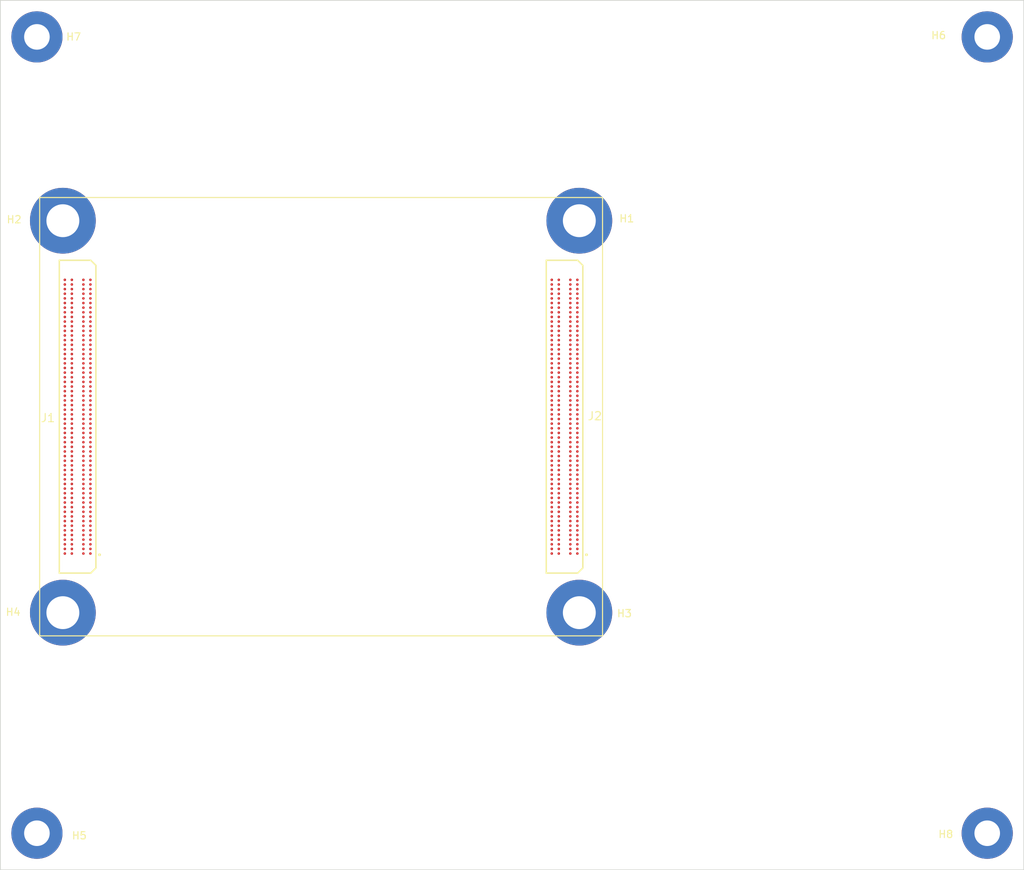
<source format=kicad_pcb>
(kicad_pcb (version 20211014) (generator pcbnew)
  (layers (0 "F.Cu" signal) (1 "In1.Cu" power) (2 "In2.Cu" power) (3 "In3.Cu" power) (4 "In4.Cu" power) (31 "B.Cu" signal) (34 "B.Paste" user) (35 "F.Paste" user) (36 "B.SilkS" user "B.Silkscreen") (37 "F.SilkS" user "F.Silkscreen") (38 "B.Mask" user) (39 "F.Mask" user) (44 "Edge.Cuts" user))
  (net 0 "")
  (net 405 "GND")
  (footprint "pedrolib:SAMTEC_ADM6-60-01.5-L-4-2-A-TR" (layer "F.Cu") (at 40.569 86.985 -90)
    (fp_text reference "J1")
    (fp_text value "ADM6-60-01.5-L-4-2-A-TR" hide)
  )
  (footprint "MountingHole:MountingHole_4.5mm_Pad" (layer "F.Cu") (at 38.55 113.81)
    (fp_text reference "H4")
    (fp_text value "Kria_mounting_hole" hide)
  )
  (footprint "MountingHole:MountingHole_3.5mm_Pad" (layer "F.Cu") (at 165 144)
    (fp_text reference "H8")
    (fp_text value "standoff_hole" hide)
  )
  (footprint "MountingHole:MountingHole_3.5mm_Pad" (layer "F.Cu") (at 165 35)
    (fp_text reference "H6")
    (fp_text value "standoff_hole" hide)
  )
  (footprint "MountingHole:MountingHole_4.5mm_Pad" (layer "F.Cu") (at 109.2 60.16)
    (fp_text reference "H1")
    (fp_text value "Kria_mounting_hole" hide)
  )
  (footprint "MountingHole:MountingHole_4.5mm_Pad" (layer "F.Cu") (at 109.2 113.81)
    (fp_text reference "H3")
    (fp_text value "Kria_mounting_hole" hide)
  )
  (footprint "MountingHole:MountingHole_4.5mm_Pad" (layer "F.Cu") (at 38.55 60.16)
    (fp_text reference "H2")
    (fp_text value "Kria_mounting_hole" hide)
  )
  (footprint "MountingHole:MountingHole_3.5mm_Pad" (layer "F.Cu") (at 35 35)
    (fp_text reference "H7")
    (fp_text value "standoff_hole" hide)
  )
  (footprint "MountingHole:MountingHole_3.5mm_Pad" (layer "F.Cu") (at 35 144)
    (fp_text reference "H5")
    (fp_text value "standoff_hole" hide)
  )
  (footprint "pedrolib:SAMTEC_ADM6-60-01.5-L-4-2-A-TR" (layer "F.Cu") (at 107.181 86.985 -90)
    (fp_text reference "J2")
    (fp_text value "ADM6-60-01.5-L-4-2-A-TR" hide)
  )
  (gr_rect locked (start 35.375 56.985) (end 112.375 116.985) (layer "F.SilkS") (width 0.15) (fill none))
  (gr_rect locked (start 30 30) (end 170 149) (layer "Edge.Cuts") (width 0.1) (fill none))
)
</source>
